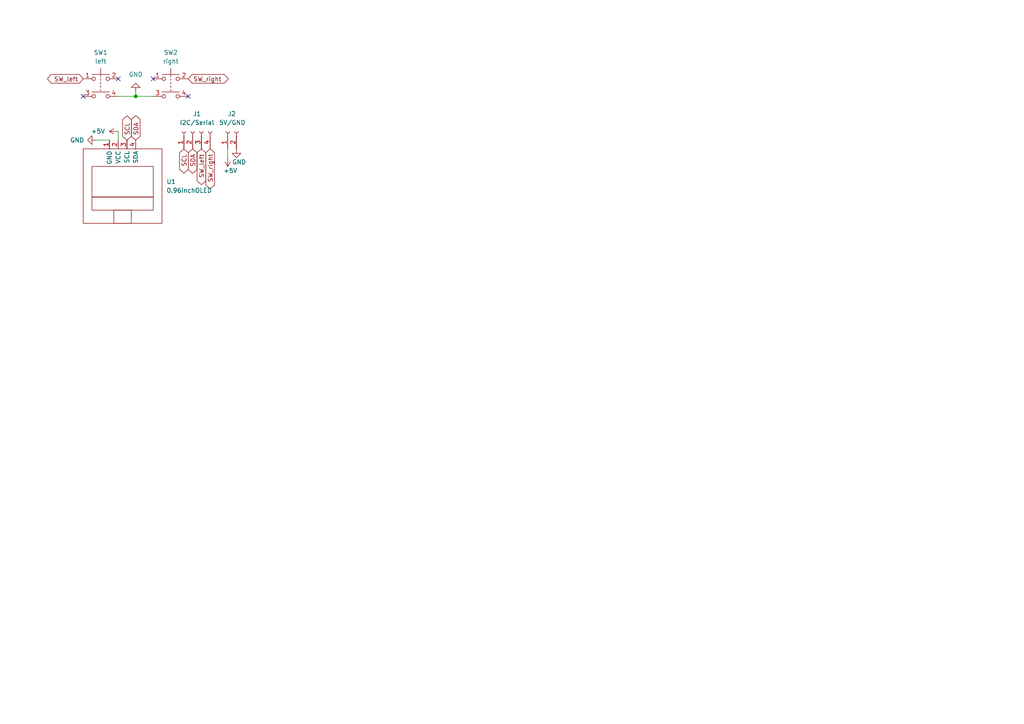
<source format=kicad_sch>
(kicad_sch (version 20211123) (generator eeschema)
  (paper "A4")
  (lib_symbols
    (symbol "Connector:Conn_01x02_Female" (pin_names (offset 1.016) hide)
      (property "Reference" "J" (at 0 2.54 0))
      (property "Value" "Conn_01x02_Female" (at 0 -5.08 0))
      (symbol "Conn_01x02_Female_1_1"
        (arc (start 0 -2.032) (mid -0.508 -2.54) (end 0 -3.048) (stroke (width 0.1524)))
        (polyline (pts (xy -1.27 -2.54) (xy -0.508 -2.54)) (stroke (width 0.1524)))
        (polyline (pts (xy -1.27 0) (xy -0.508 0)) (stroke (width 0.1524)))
        (arc (start 0 0.508) (mid -0.508 0) (end 0 -0.508) (stroke (width 0.1524)))
        (pin passive line (at -5.08 0 0) (length 3.81) (name "Pin_1") (number "1"))
        (pin passive line (at -5.08 -2.54 0) (length 3.81) (name "Pin_2") (number "2"))
      )
    )
    (symbol "Connector:Conn_01x04_Female" (pin_names (offset 1.016) hide)
      (property "Reference" "J" (at 0 5.08 0))
      (property "Value" "Conn_01x04_Female" (at 0 -7.62 0))
      (symbol "Conn_01x04_Female_1_1"
        (arc (start 0 -4.572) (mid -0.508 -5.08) (end 0 -5.588) (stroke (width 0.1524)))
        (arc (start 0 -2.032) (mid -0.508 -2.54) (end 0 -3.048) (stroke (width 0.1524)))
        (polyline (pts (xy -1.27 -5.08) (xy -0.508 -5.08)) (stroke (width 0.1524)))
        (polyline (pts (xy -1.27 -2.54) (xy -0.508 -2.54)) (stroke (width 0.1524)))
        (polyline (pts (xy -1.27 0) (xy -0.508 0)) (stroke (width 0.1524)))
        (polyline (pts (xy -1.27 2.54) (xy -0.508 2.54)) (stroke (width 0.1524)))
        (arc (start 0 0.508) (mid -0.508 0) (end 0 -0.508) (stroke (width 0.1524)))
        (arc (start 0 3.048) (mid -0.508 2.54) (end 0 2.032) (stroke (width 0.1524)))
        (pin passive line (at -5.08 2.54 0) (length 3.81) (name "Pin_1") (number "1"))
        (pin passive line (at -5.08 0 0) (length 3.81) (name "Pin_2") (number "2"))
        (pin passive line (at -5.08 -2.54 0) (length 3.81) (name "Pin_3") (number "3"))
        (pin passive line (at -5.08 -5.08 0) (length 3.81) (name "Pin_4") (number "4"))
      )
    )
    (symbol "OLED:0.96inchOLED"
      (property "Reference" "U" (at 0 0 0))
      (property "Value" "0.96inchOLED" (at 0 0 0))
      (symbol "0.96inchOLED_0_1"
        (rectangle (start -11.43 -7.62) (end 11.43 -29.21))
        (rectangle (start -8.89 -21.59) (end 8.89 -25.4))
        (rectangle (start -8.89 -12.7) (end 8.89 -21.59))
        (rectangle (start -2.54 -25.4) (end 2.54 -29.21))
      )
      (symbol "0.96inchOLED_1_1"
        (pin input line (at -3.81 -5.08 270) (length 2.54) (name "GND") (number "1"))
        (pin input line (at -1.27 -5.08 270) (length 2.54) (name "VCC") (number "2"))
        (pin input line (at 1.27 -5.08 270) (length 2.54) (name "SCL") (number "3"))
        (pin input line (at 3.81 -5.08 270) (length 2.54) (name "SDA") (number "4"))
      )
    )
    (symbol "Switch:SW_Push_Dual" (pin_names (offset 1.016) hide)
      (property "Reference" "SW" (at 1.27 2.54 0))
      (property "Value" "SW_Push_Dual" (at 0 -6.858 0))
      (symbol "SW_Push_Dual_0_1"
        (circle (center -2.032 -5.08) (radius 0.508))
        (circle (center -2.032 0) (radius 0.508))
        (polyline (pts (xy 0 -3.048) (xy 0 -3.556)))
        (polyline (pts (xy 0 -2.032) (xy 0 -2.54)))
        (polyline (pts (xy 0 -1.524) (xy 0 -1.016)))
        (polyline (pts (xy 0 -0.508) (xy 0 0)))
        (polyline (pts (xy 0 0.508) (xy 0 1.016)))
        (polyline (pts (xy 0 1.27) (xy 0 3.048)))
        (polyline (pts (xy 2.54 -3.81) (xy -2.54 -3.81)))
        (polyline (pts (xy 2.54 1.27) (xy -2.54 1.27)))
        (circle (center 2.032 -5.08) (radius 0.508))
        (circle (center 2.032 0) (radius 0.508))
        (pin passive line (at -5.08 0 0) (length 2.54) (name "1") (number "1"))
        (pin passive line (at 5.08 0 180) (length 2.54) (name "2") (number "2"))
        (pin passive line (at -5.08 -5.08 0) (length 2.54) (name "3") (number "3"))
        (pin passive line (at 5.08 -5.08 180) (length 2.54) (name "4") (number "4"))
      )
    )
    (symbol "power:+5V" (power) (pin_names (offset 0))
      (property "Value" "+5V" (at 0 3.556 0))
      (symbol "+5V_0_1"
        (polyline (pts (xy -0.762 1.27) (xy 0 2.54)))
        (polyline (pts (xy 0 0) (xy 0 2.54)))
        (polyline (pts (xy 0 2.54) (xy 0.762 1.27)))
      )
      (symbol "+5V_1_1"
        (pin power_in line (at 0 0 90) (length 0) hide (name "+5V") (number "1"))
      )
    )
    (symbol "power:GND" (power) (pin_names (offset 0))
      (property "Value" "GND" (at 0 -3.81 0))
      (symbol "GND_0_1"
        (polyline (pts (xy 0 0) (xy 0 -1.27) (xy 1.27 -1.27) (xy 0 -2.54) (xy -1.27 -1.27) (xy 0 -1.27)))
      )
      (symbol "GND_1_1"
        (pin power_in line (at 0 0 270) (length 0) hide (name "GND") (number "1"))
      )
    )
  )
  (junction (at 39.37 27.94))
  (no_connect (at 24.13 27.94))
  (no_connect (at 44.45 22.86))
  (no_connect (at 34.29 22.86))
  (no_connect (at 54.61 27.94))
  (wire (pts (xy 39.37 26.67) (xy 39.37 27.94)))
  (wire (pts (xy 34.29 38.1) (xy 34.29 40.64)))
  (wire (pts (xy 39.37 27.94) (xy 44.45 27.94)))
  (wire (pts (xy 34.29 27.94) (xy 39.37 27.94)))
  (wire (pts (xy 66.04 45.72) (xy 66.04 43.18)))
  (wire (pts (xy 27.94 40.64) (xy 31.75 40.64)))
  (global_label "SCL" (shape bidirectional) (at 36.83 40.64 90) (property "Intersheet References" "${INTERSHEET_REFS}" (effects hide)))
  (global_label "SW_left" (shape bidirectional) (at 24.13 22.86 180) (property "Intersheet References" "${INTERSHEET_REFS}" (effects hide)))
  (global_label "SW_left" (shape bidirectional) (at 58.42 43.18 270) (property "Intersheet References" "${INTERSHEET_REFS}" (effects hide)))
  (global_label "SDA" (shape bidirectional) (at 39.37 40.64 90) (property "Intersheet References" "${INTERSHEET_REFS}" (effects hide)))
  (global_label "SCL" (shape bidirectional) (at 53.34 43.18 270) (property "Intersheet References" "${INTERSHEET_REFS}" (effects hide)))
  (global_label "SW_right" (shape bidirectional) (at 54.61 22.86 0) (property "Intersheet References" "${INTERSHEET_REFS}" (effects hide)))
  (global_label "SDA" (shape bidirectional) (at 55.88 43.18 270) (property "Intersheet References" "${INTERSHEET_REFS}" (effects hide)))
  (global_label "SW_right" (shape bidirectional) (at 60.96 43.18 270) (property "Intersheet References" "${INTERSHEET_REFS}" (effects hide)))
  (symbol (lib_id "Connector:Conn_01x02_Female") (at 66.04 38.1 90) (unit 1)
    (property "Reference" "J2" (at 66.04 33.02 90) (effects (justify right)))
    (property "Value" "5V/GND" (at 63.5 35.56 90) (effects (justify right)))
    (property "Footprint" "Connector_PinSocket_2.54mm:PinSocket_1x02_P2.54mm_Vertical" (effects hide))
  )
  (symbol (lib_id "power:GND") (at 68.58 43.18 0) (unit 1)
    (property "Reference" "#PWR0104" (effects hide))
    (property "Value" "GND" (at 67.31 46.99 0) (effects (justify left)))
  )
  (symbol (lib_id "power:+5V") (at 34.29 38.1 90) (unit 1)
    (property "Reference" "#PWR0102" (effects hide))
    (property "Value" "+5V" (at 30.48 38.0999 90) (effects (justify left)))
  )
  (symbol (lib_id "Connector:Conn_01x04_Female") (at 55.88 38.1 90) (unit 1)
    (property "Reference" "J1" (at 57.15 33.02 90))
    (property "Value" "I2C/Serial" (at 57.15 35.56 90))
    (property "Footprint" "Connector_PinSocket_2.54mm:PinSocket_1x04_P2.54mm_Vertical" (effects hide))
  )
  (symbol (lib_id "Switch:SW_Push_Dual") (at 49.53 22.86 0) (unit 1)
    (property "Reference" "SW2" (at 49.53 15.24 0))
    (property "Value" "right" (at 49.53 17.78 0))
    (property "Footprint" "TACTSW:TACTSW" (effects hide))
  )
  (symbol (lib_id "OLED:0.96inchOLED") (at 35.56 35.56 0) (unit 1)
    (property "Reference" "U1" (at 48.26 52.7049 0) (effects (justify left)))
    (property "Value" "0.96inchOLED" (at 48.26 55.2449 0) (effects (justify left)))
    (property "Footprint" "OLED:0.96inchOLED" (effects hide))
  )
  (symbol (lib_id "Switch:SW_Push_Dual") (at 29.21 22.86 0) (unit 1)
    (property "Reference" "SW1" (at 29.21 15.24 0))
    (property "Value" "left" (at 29.21 17.78 0))
    (property "Footprint" "TACTSW:TACTSW" (effects hide))
  )
  (symbol (lib_id "power:+5V") (at 66.04 45.72 180) (unit 1)
    (property "Reference" "#PWR0105" (effects hide))
    (property "Value" "+5V" (at 64.77 49.53 0) (effects (justify right)))
  )
  (symbol (lib_id "power:GND") (at 27.94 40.64 270) (unit 1)
    (property "Reference" "#PWR0103" (effects hide))
    (property "Value" "GND" (at 20.32 40.64 90) (effects (justify left)))
  )
  (symbol (lib_id "power:GND") (at 39.37 26.67 180) (unit 1)
    (property "Reference" "#PWR0101" (effects hide))
    (property "Value" "GND" (at 39.37 21.59 0))
  )
)
</source>
